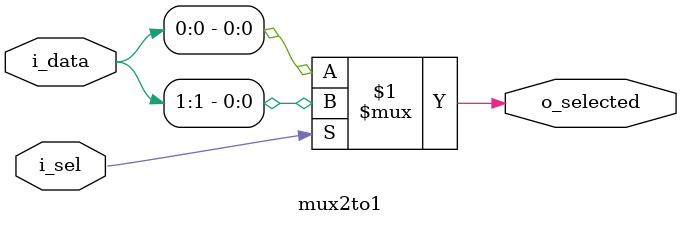
<source format=v>
module mux2to1 (

    input i_sel,
    input [1:0] i_data,
    output o_selected

);

    assign o_selected = i_sel ? i_data[1] : i_data[0];

    always @(*) begin
        if (i_sel === 1'bX)
        $display("Warning: i_sel is undefined (X). Output may be unknown."); 
    end

endmodule
</source>
